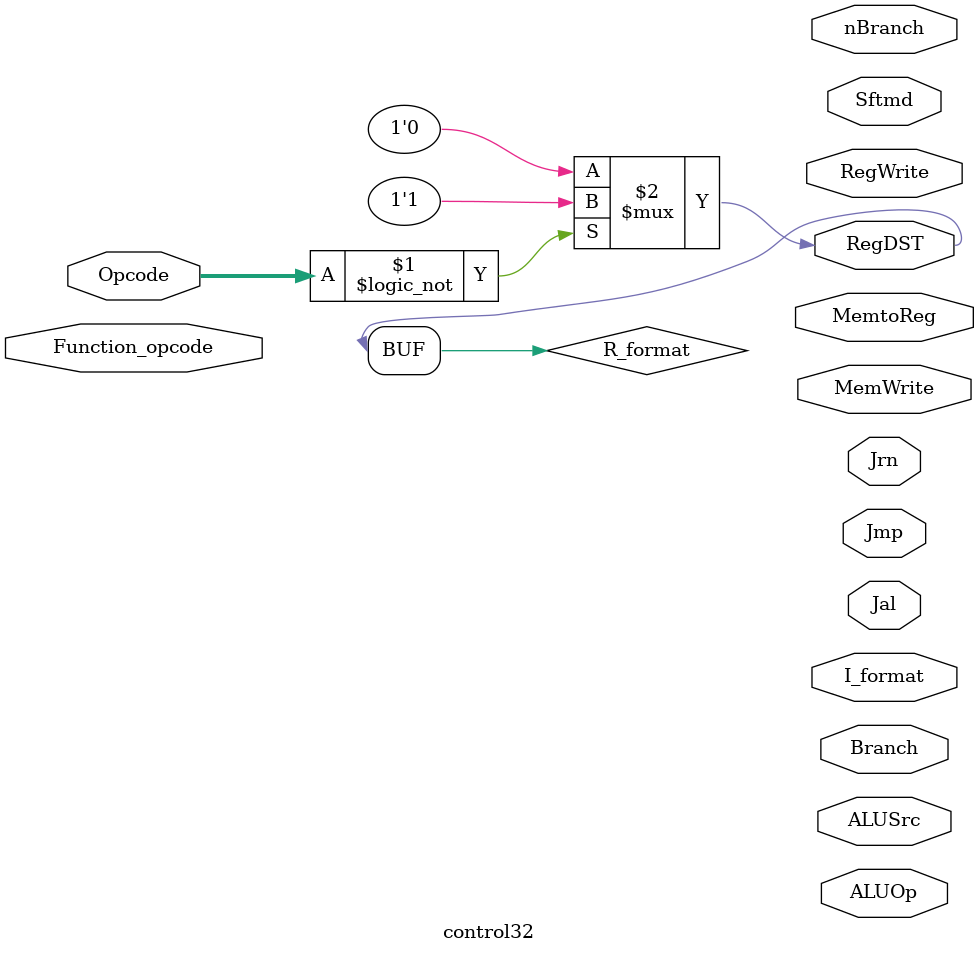
<source format=v>
`timescale 1ns / 1ps
module control32(Opcode,Function_opcode,Jrn,RegDST,ALUSrc,MemtoReg,
                 RegWrite,MemWrite,Branch,nBranch,Jmp,Jal,I_format,Sftmd,ALUOp);
                 
input[5:0]   Opcode;            // À´×ÔÈ¡Ö¸µ¥Ôªinstruction[31..26]
input[5:0]   Function_opcode;  	// r-form instructions[5..0]
output       Jrn;
output       RegDST;
output       ALUSrc;            // ¾ö¶¨µÚ¶þ¸ö²Ù×÷ÊýÊÇ¼Ä´æÆ÷»¹ÊÇÁ¢¼´Êý
output       MemtoReg;
output       RegWrite;
output       MemWrite;
output       Branch;
output       nBranch;
output       Jmp;
output       Jal;
output       I_format;
output       Sftmd;
output[1:0]  ALUOp;

wire Jmp,I_format,Jal,Branch,nBranch;
wire R_format,Lw,Sw;


assign R_format = (Opcode==6'b000000)? 1'b1:1'b0;    	//--00h
assign RegDST = R_format;                               //ËµÃ÷Ä¿±êÊÇrd£¬·ñÔòÊÇrt



endmodule

</source>
